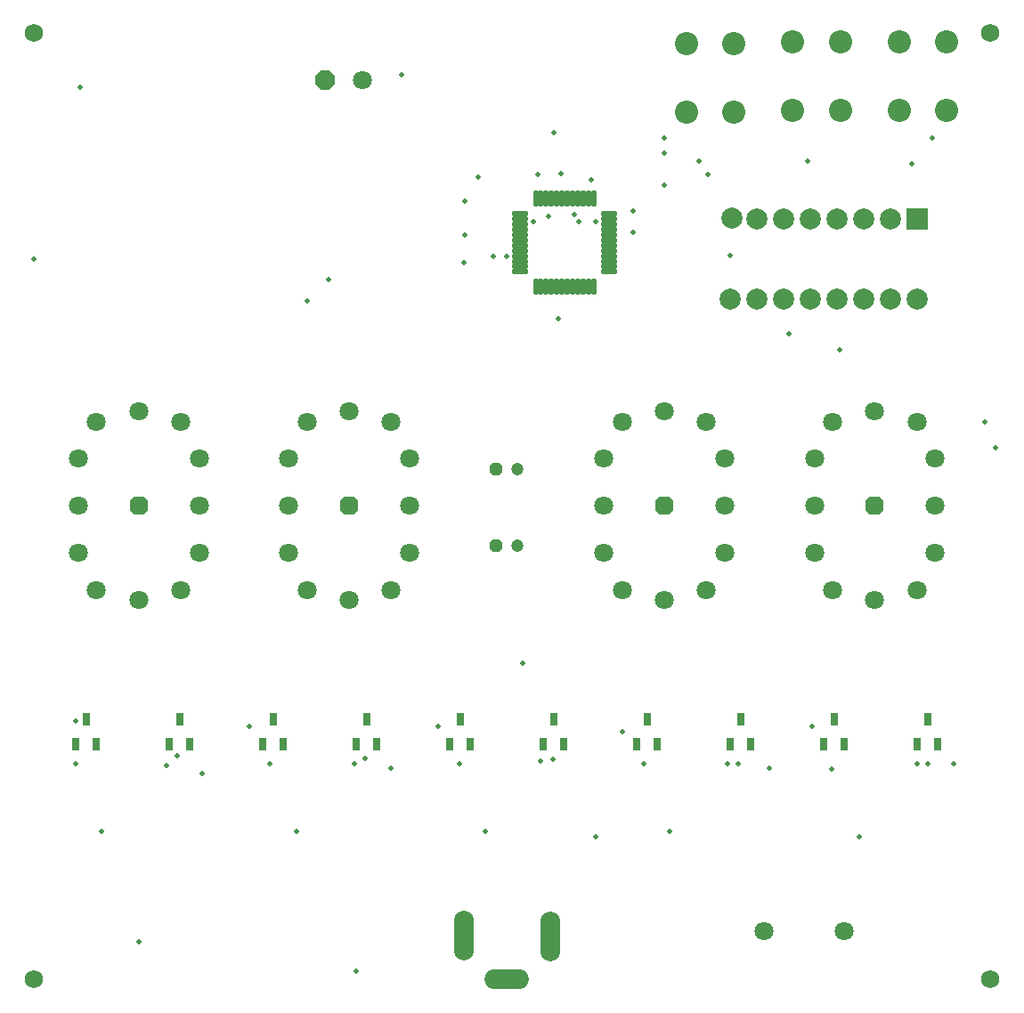
<source format=gts>
G04*
G04 #@! TF.GenerationSoftware,Altium Limited,Altium Designer,23.1.1 (15)*
G04*
G04 Layer_Color=8388736*
%FSLAX44Y44*%
%MOMM*%
G71*
G04*
G04 #@! TF.SameCoordinates,EF6C7277-5682-414E-8E18-456B4B33E10A*
G04*
G04*
G04 #@! TF.FilePolarity,Negative*
G04*
G01*
G75*
%ADD17O,1.6032X0.5032*%
%ADD18O,0.5032X1.6032*%
%ADD19R,0.8032X1.3032*%
%ADD20C,1.7272*%
%ADD21C,2.0032*%
%ADD22R,2.0032X2.0032*%
%ADD23C,1.2032*%
G04:AMPARAMS|DCode=24|XSize=1.2032mm|YSize=1.2032mm|CornerRadius=0mm|HoleSize=0mm|Usage=FLASHONLY|Rotation=0.000|XOffset=0mm|YOffset=0mm|HoleType=Round|Shape=Octagon|*
%AMOCTAGOND24*
4,1,8,0.6016,-0.3008,0.6016,0.3008,0.3008,0.6016,-0.3008,0.6016,-0.6016,0.3008,-0.6016,-0.3008,-0.3008,-0.6016,0.3008,-0.6016,0.6016,-0.3008,0.0*
%
%ADD24OCTAGOND24*%

%ADD25C,1.8032*%
G04:AMPARAMS|DCode=26|XSize=1.7272mm|YSize=1.7272mm|CornerRadius=0mm|HoleSize=0mm|Usage=FLASHONLY|Rotation=0.000|XOffset=0mm|YOffset=0mm|HoleType=Round|Shape=Octagon|*
%AMOCTAGOND26*
4,1,8,0.8636,-0.4318,0.8636,0.4318,0.4318,0.8636,-0.4318,0.8636,-0.8636,0.4318,-0.8636,-0.4318,-0.4318,-0.8636,0.4318,-0.8636,0.8636,-0.4318,0.0*
%
%ADD26OCTAGOND26*%

%ADD27C,0.1500*%
%ADD28O,1.9032X4.7032*%
%ADD29O,4.2032X1.9032*%
%ADD30C,2.2032*%
G04:AMPARAMS|DCode=31|XSize=1.8032mm|YSize=1.8032mm|CornerRadius=0mm|HoleSize=0mm|Usage=FLASHONLY|Rotation=0.000|XOffset=0mm|YOffset=0mm|HoleType=Round|Shape=Octagon|*
%AMOCTAGOND31*
4,1,8,0.9016,-0.4508,0.9016,0.4508,0.4508,0.9016,-0.4508,0.9016,-0.9016,0.4508,-0.9016,-0.4508,-0.4508,-0.9016,0.4508,-0.9016,0.9016,-0.4508,0.0*
%
%ADD31OCTAGOND31*%

%ADD32C,0.5032*%
D17*
X513000Y742500D02*
D03*
X597000Y772500D02*
D03*
X513000Y777500D02*
D03*
Y772500D02*
D03*
Y767500D02*
D03*
Y762500D02*
D03*
Y757500D02*
D03*
Y752500D02*
D03*
Y747500D02*
D03*
Y737500D02*
D03*
Y732500D02*
D03*
Y727500D02*
D03*
Y722500D02*
D03*
X597000D02*
D03*
Y727500D02*
D03*
Y732500D02*
D03*
Y737500D02*
D03*
Y742500D02*
D03*
Y747500D02*
D03*
Y752500D02*
D03*
Y757500D02*
D03*
Y762500D02*
D03*
Y767500D02*
D03*
Y777500D02*
D03*
D18*
X562500Y708000D02*
D03*
X577500D02*
D03*
X532500Y792000D02*
D03*
X527500Y708000D02*
D03*
X532500D02*
D03*
X537500D02*
D03*
X542500D02*
D03*
X547500D02*
D03*
X552500D02*
D03*
X557500D02*
D03*
X567500D02*
D03*
X572500D02*
D03*
X582500D02*
D03*
Y792000D02*
D03*
X577500D02*
D03*
X572500D02*
D03*
X567500D02*
D03*
X562500D02*
D03*
X557500D02*
D03*
X552500D02*
D03*
X547500D02*
D03*
X542500D02*
D03*
X537500D02*
D03*
X527500D02*
D03*
D19*
X179389Y273000D02*
D03*
X198389D02*
D03*
X188889Y297000D02*
D03*
X534944Y273000D02*
D03*
X544444Y297000D02*
D03*
X553944Y273000D02*
D03*
X890500D02*
D03*
X900000Y297000D02*
D03*
X909500Y273000D02*
D03*
X801611D02*
D03*
X811111Y297000D02*
D03*
X820611Y273000D02*
D03*
X100000Y297000D02*
D03*
X109500Y273000D02*
D03*
X90500D02*
D03*
X268278D02*
D03*
X277778Y297000D02*
D03*
X287278Y273000D02*
D03*
X357167D02*
D03*
X366667Y297000D02*
D03*
X376167Y273000D02*
D03*
X446055D02*
D03*
X455555Y297000D02*
D03*
X465056Y273000D02*
D03*
X623833D02*
D03*
X633333Y297000D02*
D03*
X642833Y273000D02*
D03*
X712722D02*
D03*
X722222Y297000D02*
D03*
X731722Y273000D02*
D03*
D20*
X50000Y950000D02*
D03*
Y50000D02*
D03*
X960000Y950000D02*
D03*
Y50000D02*
D03*
D21*
X788800Y696900D02*
D03*
X890400D02*
D03*
X712600D02*
D03*
X738000D02*
D03*
X763400D02*
D03*
X814200D02*
D03*
X839600D02*
D03*
X865000D02*
D03*
X714186Y773371D02*
D03*
X738000Y773100D02*
D03*
X763400D02*
D03*
X788800D02*
D03*
X814200D02*
D03*
X839600D02*
D03*
X865000D02*
D03*
D22*
X890400D02*
D03*
D23*
X510000Y462000D02*
D03*
Y535000D02*
D03*
D24*
X490000Y462000D02*
D03*
Y535000D02*
D03*
D25*
X110000Y580000D02*
D03*
X190000D02*
D03*
Y420000D02*
D03*
X110000D02*
D03*
X92500Y545000D02*
D03*
Y455000D02*
D03*
X207500D02*
D03*
Y545000D02*
D03*
Y499998D02*
D03*
X92500Y500000D02*
D03*
X150000Y410000D02*
D03*
Y590000D02*
D03*
X310000Y580000D02*
D03*
X390000D02*
D03*
Y420000D02*
D03*
X310000D02*
D03*
X292500Y545000D02*
D03*
Y455000D02*
D03*
X407500D02*
D03*
Y545000D02*
D03*
Y499998D02*
D03*
X292500Y500000D02*
D03*
X350000Y410000D02*
D03*
Y590000D02*
D03*
X745000Y95000D02*
D03*
X821000D02*
D03*
X850000Y590000D02*
D03*
Y410000D02*
D03*
X792500Y500000D02*
D03*
X907500Y499998D02*
D03*
Y545000D02*
D03*
Y455000D02*
D03*
X792500D02*
D03*
Y545000D02*
D03*
X810000Y420000D02*
D03*
X890000D02*
D03*
Y580000D02*
D03*
X810000D02*
D03*
X650000Y590000D02*
D03*
Y410000D02*
D03*
X592500Y500000D02*
D03*
X707500Y499998D02*
D03*
Y545000D02*
D03*
Y455000D02*
D03*
X592500D02*
D03*
Y545000D02*
D03*
X610000Y420000D02*
D03*
X690000D02*
D03*
Y580000D02*
D03*
X610000D02*
D03*
X362500Y905000D02*
D03*
D26*
X150000Y500000D02*
D03*
X350000D02*
D03*
X850000D02*
D03*
X650000D02*
D03*
D27*
X500000Y915000D02*
D03*
X575000D02*
D03*
D28*
X459000Y91000D02*
D03*
X541000Y90000D02*
D03*
D29*
X500000Y50000D02*
D03*
D30*
X671047Y939416D02*
D03*
X716047D02*
D03*
X671047Y874416D02*
D03*
X716047D02*
D03*
X873000Y941000D02*
D03*
X918000D02*
D03*
X873000Y876000D02*
D03*
X918000D02*
D03*
X772026Y941000D02*
D03*
X817026D02*
D03*
X772026Y876000D02*
D03*
X817026D02*
D03*
D31*
X327500Y905000D02*
D03*
D32*
X487531Y737515D02*
D03*
X712500Y738425D02*
D03*
X499816Y737225D02*
D03*
X564000Y777000D02*
D03*
X568539Y770478D02*
D03*
X965000Y555000D02*
D03*
X955000Y580000D02*
D03*
X816367Y647967D02*
D03*
X94000Y898000D02*
D03*
X551270Y816270D02*
D03*
X620000Y760000D02*
D03*
X400000Y910000D02*
D03*
X545000Y855000D02*
D03*
X650000Y835000D02*
D03*
Y805000D02*
D03*
X580000Y810000D02*
D03*
X459544Y731236D02*
D03*
X525000Y770000D02*
D03*
X50000Y735000D02*
D03*
X515000Y350000D02*
D03*
X585000Y185000D02*
D03*
X885000Y825000D02*
D03*
X786250Y827645D02*
D03*
X683185D02*
D03*
X310000Y695000D02*
D03*
X330500Y715000D02*
D03*
X691281Y815000D02*
D03*
X750000Y250000D02*
D03*
X925000Y255000D02*
D03*
X835000Y185000D02*
D03*
X655000Y190000D02*
D03*
X480000D02*
D03*
X390000Y250000D02*
D03*
X210000Y245000D02*
D03*
X905000Y850000D02*
D03*
X649858D02*
D03*
X585000Y770000D02*
D03*
X768279Y663179D02*
D03*
X540000Y775000D02*
D03*
X548668Y677789D02*
D03*
X529500Y815000D02*
D03*
X620000Y780000D02*
D03*
X460000Y790000D02*
D03*
X472498Y812502D02*
D03*
X790000Y290000D02*
D03*
X357000Y57000D02*
D03*
X150000Y85000D02*
D03*
X460003Y757500D02*
D03*
X90000Y295000D02*
D03*
X900000Y255000D02*
D03*
X890000D02*
D03*
X809111Y249111D02*
D03*
X720000Y255000D02*
D03*
X710000D02*
D03*
X610000Y285000D02*
D03*
X435000Y290000D02*
D03*
X544228Y259228D02*
D03*
X630000Y255000D02*
D03*
X532444Y257444D02*
D03*
X455000Y255000D02*
D03*
X300000Y190000D02*
D03*
X365000Y260000D02*
D03*
X355000Y255000D02*
D03*
X115000Y190000D02*
D03*
X275000Y255000D02*
D03*
X255000Y290000D02*
D03*
X176889Y253111D02*
D03*
X186889Y261889D02*
D03*
X90000Y255000D02*
D03*
M02*

</source>
